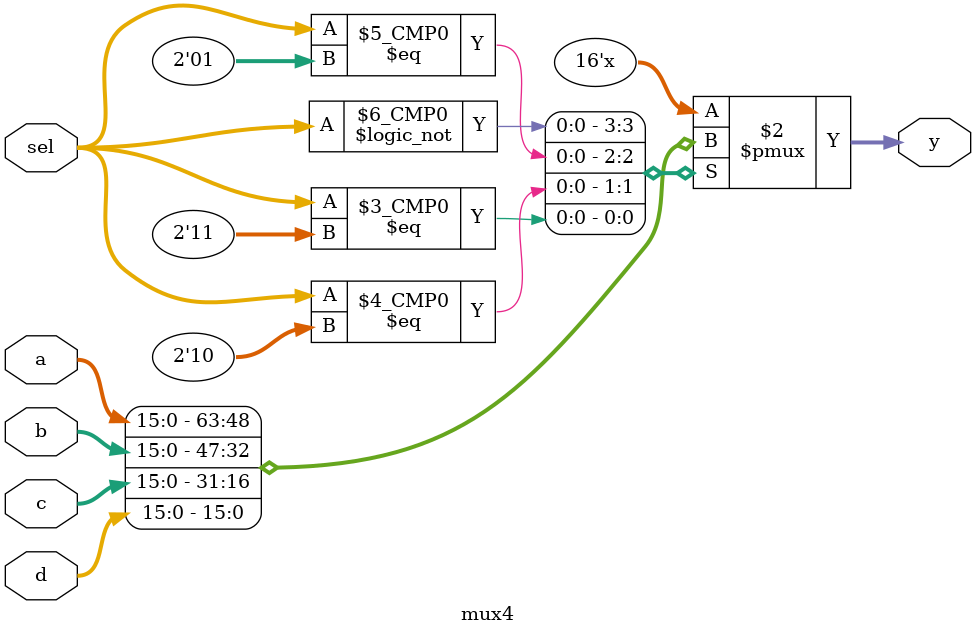
<source format=v>
module mux4 (y, a, b, c, d, sel);
output [15:0] y;
input [15:0] a;
input [15:0] b;
input [15:0] c;
input [15:0] d;
input [1:0] sel;
reg [15:0] y;
/* The select lines select one of the four inputs "a" through "d" for a
   select value of 0 through 3.  0 selects a, 1 selects b and so on. */

always @(sel or a or b or c or d)
   case (sel)
      2'b00: y = a;
      2'b01: y = b;
      2'b10: y = c;
      2'b11: y = d;
   endcase
endmodule

</source>
